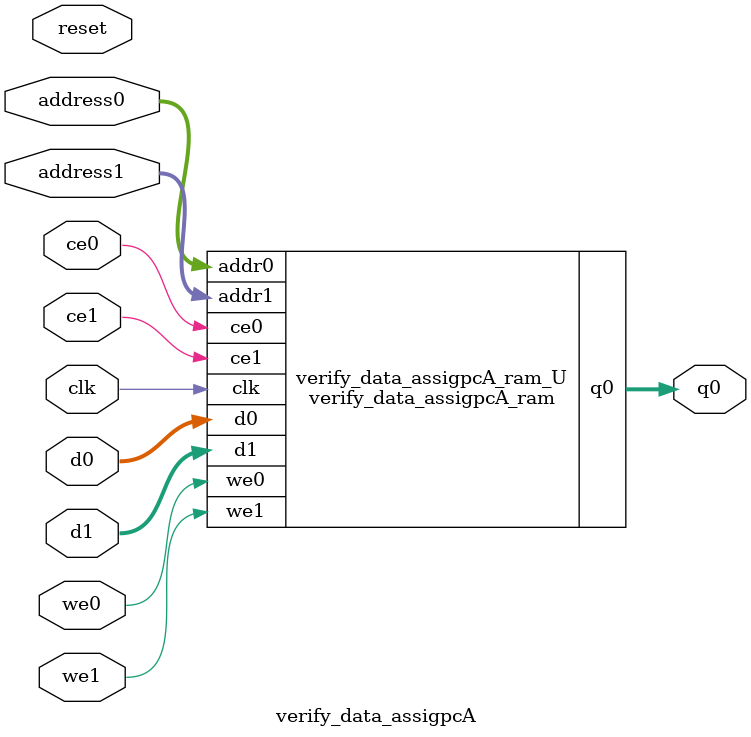
<source format=v>
`timescale 1 ns / 1 ps
module verify_data_assigpcA_ram (addr0, ce0, d0, we0, q0, addr1, ce1, d1, we1,  clk);

parameter DWIDTH = 8;
parameter AWIDTH = 15;
parameter MEM_SIZE = 16425;

input[AWIDTH-1:0] addr0;
input ce0;
input[DWIDTH-1:0] d0;
input we0;
output reg[DWIDTH-1:0] q0;
input[AWIDTH-1:0] addr1;
input ce1;
input[DWIDTH-1:0] d1;
input we1;
input clk;

(* ram_style = "block" *)reg [DWIDTH-1:0] ram[0:MEM_SIZE-1];




always @(posedge clk)  
begin 
    if (ce0) begin
        if (we0) 
            ram[addr0] <= d0; 
        q0 <= ram[addr0];
    end
end


always @(posedge clk)  
begin 
    if (ce1) begin
        if (we1) 
            ram[addr1] <= d1; 
    end
end


endmodule

`timescale 1 ns / 1 ps
module verify_data_assigpcA(
    reset,
    clk,
    address0,
    ce0,
    we0,
    d0,
    q0,
    address1,
    ce1,
    we1,
    d1);

parameter DataWidth = 32'd8;
parameter AddressRange = 32'd16425;
parameter AddressWidth = 32'd15;
input reset;
input clk;
input[AddressWidth - 1:0] address0;
input ce0;
input we0;
input[DataWidth - 1:0] d0;
output[DataWidth - 1:0] q0;
input[AddressWidth - 1:0] address1;
input ce1;
input we1;
input[DataWidth - 1:0] d1;



verify_data_assigpcA_ram verify_data_assigpcA_ram_U(
    .clk( clk ),
    .addr0( address0 ),
    .ce0( ce0 ),
    .we0( we0 ),
    .d0( d0 ),
    .q0( q0 ),
    .addr1( address1 ),
    .ce1( ce1 ),
    .we1( we1 ),
    .d1( d1 ));

endmodule


</source>
